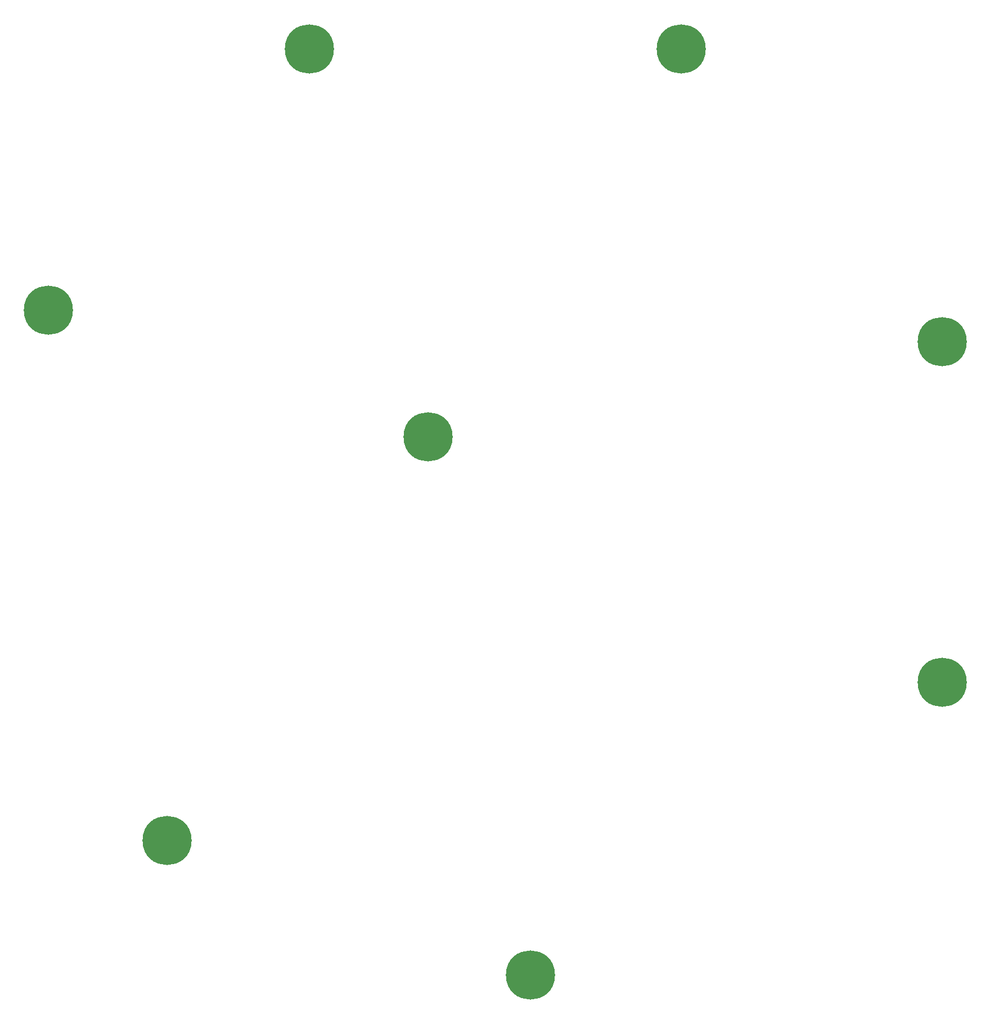
<source format=gtl>
%TF.GenerationSoftware,KiCad,Pcbnew,(5.1.9)-1*%
%TF.CreationDate,2021-12-08T11:05:04+09:00*%
%TF.ProjectId,GraSPIntTop,47726153-5049-46e7-9454-6f702e6b6963,rev?*%
%TF.SameCoordinates,Original*%
%TF.FileFunction,Copper,L1,Top*%
%TF.FilePolarity,Positive*%
%FSLAX46Y46*%
G04 Gerber Fmt 4.6, Leading zero omitted, Abs format (unit mm)*
G04 Created by KiCad (PCBNEW (5.1.9)-1) date 2021-12-08 11:05:04*
%MOMM*%
%LPD*%
G01*
G04 APERTURE LIST*
%TA.AperFunction,ViaPad*%
%ADD10C,7.400000*%
%TD*%
G04 APERTURE END LIST*
D10*
%TO.N,*%
X172640625Y-71437500D03*
X172640625Y-122634375D03*
X110728125Y-166687500D03*
X55959375Y-146446875D03*
X38100000Y-66675000D03*
X95250000Y-85725000D03*
X133350000Y-27384375D03*
X77390625Y-27384375D03*
%TD*%
M02*

</source>
